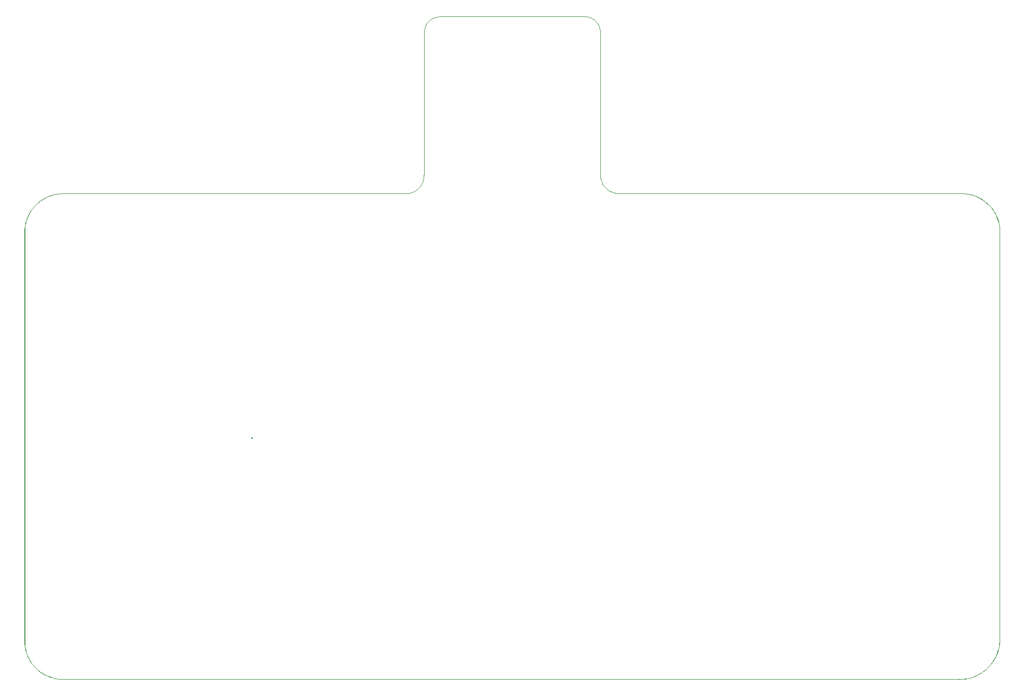
<source format=gko>
G04*
G04 #@! TF.GenerationSoftware,Altium Limited,Altium Designer,22.0.2 (36)*
G04*
G04 Layer_Color=16711935*
%FSTAX25Y25*%
%MOIN*%
G70*
G04*
G04 #@! TF.SameCoordinates,F14A6DB2-6BAA-43E7-8DF3-1F8C7E56E43F*
G04*
G04*
G04 #@! TF.FilePolarity,Positive*
G04*
G01*
G75*
%ADD10C,0.01000*%
%ADD48C,0.00098*%
%ADD49C,0.00100*%
D10*
X063Y17195D02*
Y1719691D01*
D48*
X0863411Y1991625D02*
X0863353Y1992598D01*
X0863207Y1993563D01*
X0862972Y1994509D01*
X086265Y199543D01*
X0862245Y1996317D01*
X086176Y1997163D01*
X0861199Y199796D01*
X0860567Y1998703D01*
X0859869Y1999384D01*
X0859111Y1999997D01*
X08583Y2000538D01*
X0857442Y2001002D01*
X0856545Y2001385D01*
X0855616Y2001683D01*
X0854664Y2001895D01*
X0853697Y2002018D01*
X0852722Y200205D01*
X0755765Y2002011D02*
X0754791Y2001954D01*
X0753827Y2001807D01*
X075288Y2001572D01*
X075196Y200125D01*
X0751072Y2000845D01*
X0750226Y200036D01*
X0749429Y1999799D01*
X0748686Y1999167D01*
X0748005Y1998468D01*
X0747391Y199771D01*
X074685Y1996899D01*
X0746386Y1996041D01*
X0746003Y1995144D01*
X0745705Y1994215D01*
X0745494Y1993263D01*
X0745371Y1992296D01*
X0745338Y1991321D01*
X086342Y189589D02*
X0863459Y1894908D01*
X0863574Y1893933D01*
X0863766Y1892969D01*
X0864032Y1892024D01*
X0864373Y1891102D01*
X0864784Y189021D01*
X0865264Y1889353D01*
X086581Y1888536D01*
X0866418Y1887765D01*
X0867085Y1887043D01*
X0867806Y1886376D01*
X0868577Y1885768D01*
X0869394Y1885222D01*
X0870251Y1884742D01*
X0871143Y1884331D01*
X0872065Y1883991D01*
X087301Y1883725D01*
X0873974Y1883533D01*
X0874949Y1883417D01*
X0875931Y1883379D01*
X0733121D02*
X073414Y1883434D01*
X0735152Y1883574D01*
X0736148Y1883796D01*
X0737122Y18841D01*
X0738068Y1884484D01*
X073898Y1884944D01*
X073985Y1885478D01*
X0740673Y1886082D01*
X0741443Y1886752D01*
X0742155Y1887483D01*
X0742805Y188827D01*
X0743387Y1889109D01*
X0743898Y1889992D01*
X0744335Y1890915D01*
X0744693Y1891871D01*
X0744972Y1892853D01*
X0745168Y1893855D01*
X0745281Y1894869D01*
X074531Y189589D01*
X0745338Y1895918D02*
Y1991321D01*
X0863411Y1895899D02*
Y1991625D01*
X0863411Y1991625D02*
X0863411Y1991625D01*
X0847523Y2002011D02*
X0852722Y200205D01*
X0755765Y2002011D02*
X0847523D01*
X0875931Y1883379D02*
X1105251D01*
X0503479D02*
X0733121D01*
D49*
X0477988Y1583311D02*
X0478008Y1582307D01*
X0478067Y1581304D01*
X0478165Y1580305D01*
X0478303Y157931D01*
X047848Y1578321D01*
X0478695Y157734D01*
X0478948Y1576368D01*
X047924Y1575407D01*
X0479569Y1574458D01*
X0479935Y1573523D01*
X0480338Y1572602D01*
X0480776Y1571699D01*
X048125Y1570813D01*
X0481757Y1569946D01*
X0482299Y15691D01*
X0482873Y1568277D01*
X0483479Y1567476D01*
X0484117Y1566699D01*
X0484784Y1565948D01*
X048548Y1565224D01*
X0486204Y1564528D01*
X0486955Y1563861D01*
X0487731Y1563224D01*
X0488532Y1562618D01*
X0489356Y1562043D01*
X0490202Y1561502D01*
X0491068Y1560994D01*
X0491954Y1560521D01*
X0492858Y1560082D01*
X0493778Y155968D01*
X0494713Y1559314D01*
X0495662Y1558985D01*
X0496624Y1558693D01*
X0497595Y1558439D01*
X0498576Y1558224D01*
X0499565Y1558048D01*
X050056Y155791D01*
X050156Y1557812D01*
X0502562Y1557752D01*
X0503567Y1557733D01*
X0503567Y1883359D02*
X0502562Y188334D01*
X050156Y1883281D01*
X050056Y1883182D01*
X0499565Y1883044D01*
X0498576Y1882868D01*
X0497595Y1882653D01*
X0496624Y1882399D01*
X0495662Y1882108D01*
X0494713Y1881779D01*
X0493778Y1881412D01*
X0492858Y188101D01*
X0491954Y1880572D01*
X0491068Y1880098D01*
X0490202Y187959D01*
X0489356Y1879049D01*
X0488532Y1878474D01*
X0487731Y1877868D01*
X0486955Y1877231D01*
X0486204Y1876564D01*
X048548Y1875868D01*
X0484784Y1875144D01*
X0484117Y1874393D01*
X0483479Y1873616D01*
X0482873Y1872816D01*
X0482299Y1871992D01*
X0481757Y1871146D01*
X048125Y1870279D01*
X0480776Y1869393D01*
X0480338Y186849D01*
X0479935Y186757D01*
X0479569Y1866634D01*
X047924Y1865685D01*
X0478948Y1864724D01*
X0478695Y1863752D01*
X047848Y1862771D01*
X0478303Y1861782D01*
X0478165Y1860788D01*
X0478067Y1859788D01*
X0478008Y1858785D01*
X0477988Y1857781D01*
X1103875Y1557627D02*
X1104882Y1557655D01*
X1105888Y1557719D01*
X110689Y1557821D01*
X1107888Y155796D01*
X110888Y1558135D01*
X1109865Y1558347D01*
X1110842Y1558594D01*
X1111809Y1558878D01*
X1112764Y1559197D01*
X1113708Y1559551D01*
X1114638Y1559939D01*
X1115552Y1560362D01*
X1116451Y1560818D01*
X1117332Y1561306D01*
X1118195Y1561827D01*
X1119037Y1562379D01*
X1119859Y1562962D01*
X1120659Y1563575D01*
X1121436Y1564217D01*
X1122189Y1564886D01*
X1122916Y1565584D01*
X1123617Y1566307D01*
X1124292Y1567056D01*
X1124938Y1567829D01*
X1125555Y1568625D01*
X1126142Y1569444D01*
X1126699Y1570284D01*
X1127225Y1571143D01*
X1127719Y1572022D01*
X112818Y1572918D01*
X1128607Y157383D01*
X1129001Y1574757D01*
X112936Y1575699D01*
X1129685Y1576653D01*
X1129974Y1577618D01*
X1130227Y1578593D01*
X1130444Y1579577D01*
X1130625Y1580568D01*
X113077Y1581565D01*
X1130877Y1582567D01*
X1130955Y185782D02*
X1130935Y1858824D01*
X1130876Y1859827D01*
X1130778Y1860826D01*
X113064Y1861821D01*
X1130464Y186281D01*
X1130249Y1863791D01*
X1129995Y1864763D01*
X1129703Y1865724D01*
X1129374Y1866673D01*
X1129008Y1867608D01*
X1128606Y1868529D01*
X1128167Y1869432D01*
X1127694Y1870318D01*
X1127186Y1871185D01*
X1126645Y1872031D01*
X112607Y1872855D01*
X1125464Y1873656D01*
X1124827Y1874432D01*
X112416Y1875183D01*
X1123464Y1875907D01*
X112274Y1876603D01*
X1121989Y187727D01*
X1121212Y1877907D01*
X1120411Y1878513D01*
X1119588Y1879088D01*
X1118742Y1879629D01*
X1117875Y1880137D01*
X1116989Y188061D01*
X1116086Y1881049D01*
X1115165Y1881451D01*
X111423Y1881817D01*
X1113281Y1882146D01*
X111232Y1882438D01*
X1111348Y1882692D01*
X1110367Y1882907D01*
X1109378Y1883084D01*
X1108383Y1883221D01*
X1107384Y188332D01*
X1106381Y1883379D01*
X1105377Y1883398D01*
X0477988Y1583311D02*
Y1857781D01*
X0503567Y1557733D02*
X1106043D01*
X1130877Y1582567D02*
X1130955Y1582645D01*
Y185782D01*
X0477862Y1583292D02*
X0477882Y1582287D01*
X0477941Y1581285D01*
X047804Y1580285D01*
X0478177Y157929D01*
X0478354Y1578301D01*
X0478569Y157732D01*
X0478823Y1576348D01*
X0479114Y1575387D01*
X0479443Y1574438D01*
X0479809Y1573503D01*
X0480212Y1572583D01*
X048065Y1571679D01*
X0481123Y1570793D01*
X0481631Y1569927D01*
X0482173Y1569081D01*
X0482747Y1568257D01*
X0483353Y1567456D01*
X0483991Y156668D01*
X0484658Y1565929D01*
X0485354Y1565205D01*
X0486078Y1564509D01*
X0486829Y1563842D01*
X0487605Y1563204D01*
X0488406Y1562598D01*
X048923Y1562024D01*
X0490076Y1561482D01*
X0490942Y1560975D01*
X0491828Y1560501D01*
X0492732Y1560063D01*
X0493652Y155966D01*
X0494587Y1559294D01*
X0495536Y1558965D01*
X0496497Y1558673D01*
X0497469Y155842D01*
X049845Y1558205D01*
X0499439Y1558028D01*
X0500434Y1557891D01*
X0501434Y1557792D01*
X0502436Y1557733D01*
X0503441Y1557713D01*
X1130829Y1857801D02*
X1130809Y1858805D01*
X113075Y1859807D01*
X1130652Y1860807D01*
X1130514Y1861802D01*
X1130338Y1862791D01*
X1130122Y1863772D01*
X1129869Y1864744D01*
X1129577Y1865705D01*
X1129248Y1866654D01*
X1128882Y1867589D01*
X112848Y1868509D01*
X1128041Y1869413D01*
X1127568Y1870299D01*
X112706Y1871165D01*
X1126519Y1872011D01*
X1125944Y1872835D01*
X1125338Y1873636D01*
X1124701Y1874412D01*
X1124034Y1875163D01*
X1123337Y1875887D01*
X1122614Y1876583D01*
X1121863Y187725D01*
X1121086Y1877888D01*
X1120285Y1878494D01*
X1119461Y1879068D01*
X1118616Y187961D01*
X1117749Y1880117D01*
X1116863Y1880591D01*
X1115959Y1881029D01*
X1115039Y1881432D01*
X1114104Y1881798D01*
X1113155Y1882127D01*
X1112194Y1882418D01*
X1111222Y1882672D01*
X1110241Y1882887D01*
X1109252Y1883064D01*
X1108257Y1883202D01*
X1107258Y18833D01*
X1106255Y1883359D01*
X1105251Y1883379D01*
X1105917Y1557713D02*
X1106914Y155782D01*
X1107908Y1557964D01*
X1108895Y1558143D01*
X1109875Y1558359D01*
X1110846Y1558611D01*
X1111808Y1558898D01*
X1112758Y155922D01*
X1113696Y1559577D01*
X111462Y1559968D01*
X1115529Y1560393D01*
X1116422Y156085D01*
X1117298Y156134D01*
X1118155Y1561862D01*
X1118992Y1562415D01*
X1119809Y1562999D01*
X1120603Y1563611D01*
X1121375Y1564253D01*
X1122123Y1564923D01*
X1122845Y1565619D01*
X1123542Y1566341D01*
X1124211Y1567089D01*
X1124852Y156786D01*
X1125465Y1568655D01*
X1126049Y1569471D01*
X1126602Y1570309D01*
X1127124Y1571166D01*
X1127614Y1572042D01*
X1128071Y1572935D01*
X1128496Y1573844D01*
X1128887Y1574768D01*
X1129244Y1575706D01*
X1129566Y1576656D01*
X1129853Y1577618D01*
X1130105Y1578589D01*
X1130321Y1579569D01*
X1130501Y1580556D01*
X1130644Y1581549D01*
X1130751Y1582547D01*
X0503441Y188334D02*
X0502436Y188332D01*
X0501434Y1883261D01*
X0500434Y1883163D01*
X0499439Y1883025D01*
X049845Y1882848D01*
X0497469Y1882633D01*
X0496497Y188238D01*
X0495536Y1882088D01*
X0494587Y1881759D01*
X0493652Y1881393D01*
X0492732Y188099D01*
X0491828Y1880552D01*
X0490942Y1880079D01*
X0490076Y1879571D01*
X048923Y1879029D01*
X0488406Y1878455D01*
X0487605Y1877849D01*
X0486829Y1877212D01*
X0486078Y1876544D01*
X0485354Y1875848D01*
X0484658Y1875124D01*
X0483991Y1874373D01*
X0483353Y1873597D01*
X0482747Y1872796D01*
X0482173Y1871972D01*
X0481631Y1871126D01*
X0481123Y187026D01*
X048065Y1869374D01*
X0480212Y186847D01*
X0479809Y186755D01*
X0479443Y1866615D01*
X0479114Y1865666D01*
X0478823Y1864705D01*
X0478569Y1863733D01*
X0478354Y1862752D01*
X0478177Y1861763D01*
X047804Y1860768D01*
X0477941Y1859768D01*
X0477882Y1858766D01*
X0477862Y1857762D01*
X1130751Y1582548D02*
X1130829Y1582626D01*
Y1857801D01*
X0477862Y1583292D02*
Y1857762D01*
X050344Y1557713D02*
X1105917D01*
M02*

</source>
